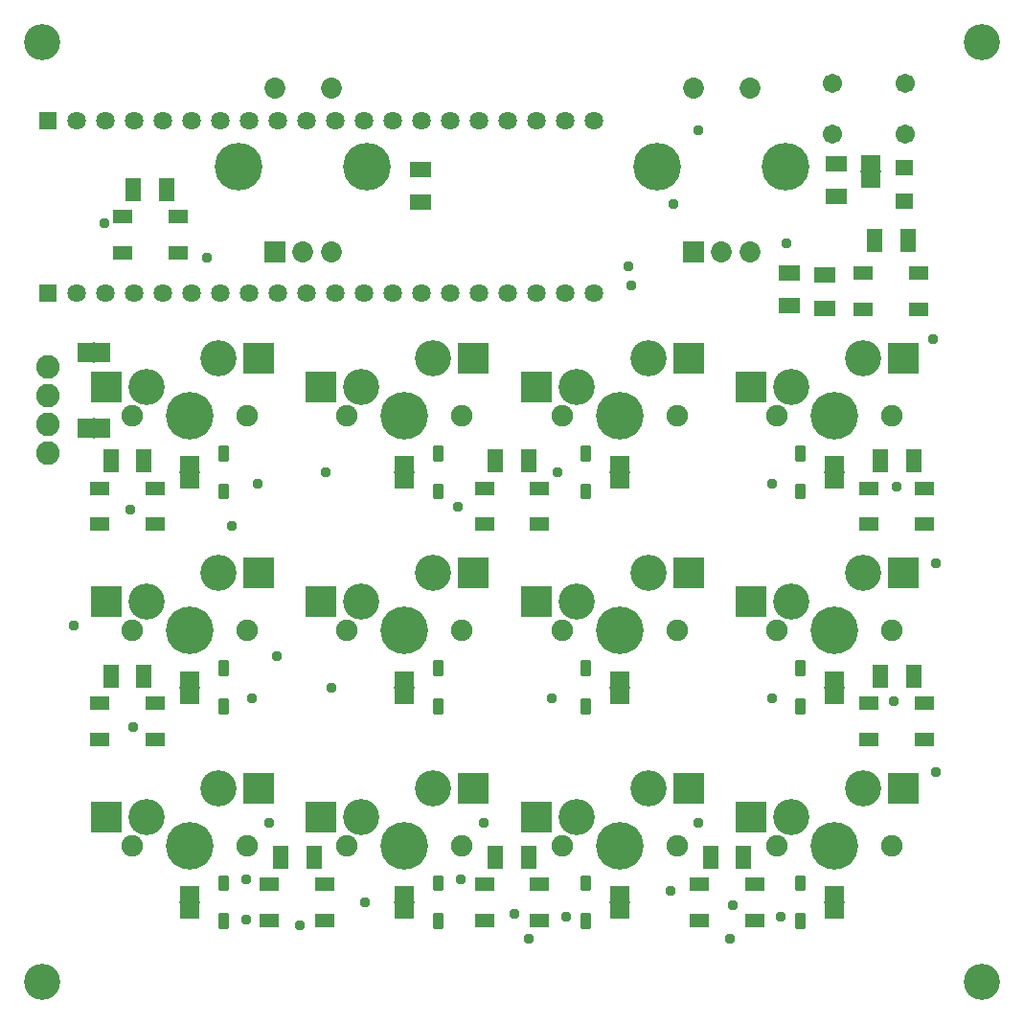
<source format=gbr>
G04 EAGLE Gerber RS-274X export*
G75*
%MOMM*%
%FSLAX34Y34*%
%LPD*%
%INSoldermask Bottom*%
%IPPOS*%
%AMOC8*
5,1,8,0,0,1.08239X$1,22.5*%
G01*
%ADD10C,3.203200*%
%ADD11C,4.203200*%
%ADD12C,1.903200*%
%ADD13R,2.753200X2.703200*%
%ADD14R,1.803400X1.371600*%
%ADD15R,1.828800X0.152400*%
%ADD16C,0.335950*%
%ADD17R,1.631200X1.631200*%
%ADD18C,1.631200*%
%ADD19R,1.703200X1.203200*%
%ADD20R,1.973200X1.433200*%
%ADD21R,1.363200X2.023200*%
%ADD22C,1.853200*%
%ADD23R,1.853200X1.853200*%
%ADD24C,4.219200*%
%ADD25R,1.603200X1.403200*%
%ADD26C,1.711200*%
%ADD27C,2.082800*%
%ADD28R,1.371600X1.803400*%
%ADD29R,0.152400X1.828800*%
%ADD30C,0.959600*%


D10*
X30000Y860000D03*
X860000Y860000D03*
X30000Y30000D03*
X860000Y30000D03*
D11*
X160000Y530000D03*
D12*
X109200Y530000D03*
X210800Y530000D03*
D10*
X121900Y555400D03*
X185400Y580800D03*
D13*
X86400Y555400D03*
X220900Y580800D03*
D14*
X160000Y472380D03*
X160000Y487620D03*
D15*
X160000Y480000D03*
D16*
X192986Y468586D02*
X192986Y457814D01*
X187014Y457814D01*
X187014Y468586D01*
X192986Y468586D01*
X192986Y461006D02*
X187014Y461006D01*
X187014Y464198D02*
X192986Y464198D01*
X192986Y467390D02*
X187014Y467390D01*
X192986Y491414D02*
X192986Y502186D01*
X192986Y491414D02*
X187014Y491414D01*
X187014Y502186D01*
X192986Y502186D01*
X192986Y494606D02*
X187014Y494606D01*
X187014Y497798D02*
X192986Y497798D01*
X192986Y500990D02*
X187014Y500990D01*
D11*
X350000Y530000D03*
D12*
X299200Y530000D03*
X400800Y530000D03*
D10*
X311900Y555400D03*
X375400Y580800D03*
D13*
X276400Y555400D03*
X410900Y580800D03*
D14*
X350000Y472380D03*
X350000Y487620D03*
D15*
X350000Y480000D03*
D16*
X382986Y468586D02*
X382986Y457814D01*
X377014Y457814D01*
X377014Y468586D01*
X382986Y468586D01*
X382986Y461006D02*
X377014Y461006D01*
X377014Y464198D02*
X382986Y464198D01*
X382986Y467390D02*
X377014Y467390D01*
X382986Y491414D02*
X382986Y502186D01*
X382986Y491414D02*
X377014Y491414D01*
X377014Y502186D01*
X382986Y502186D01*
X382986Y494606D02*
X377014Y494606D01*
X377014Y497798D02*
X382986Y497798D01*
X382986Y500990D02*
X377014Y500990D01*
D11*
X540000Y530000D03*
D12*
X489200Y530000D03*
X590800Y530000D03*
D10*
X501900Y555400D03*
X565400Y580800D03*
D13*
X466400Y555400D03*
X600900Y580800D03*
D14*
X540000Y472380D03*
X540000Y487620D03*
D15*
X540000Y480000D03*
D16*
X512986Y468586D02*
X512986Y457814D01*
X507014Y457814D01*
X507014Y468586D01*
X512986Y468586D01*
X512986Y461006D02*
X507014Y461006D01*
X507014Y464198D02*
X512986Y464198D01*
X512986Y467390D02*
X507014Y467390D01*
X512986Y491414D02*
X512986Y502186D01*
X512986Y491414D02*
X507014Y491414D01*
X507014Y502186D01*
X512986Y502186D01*
X512986Y494606D02*
X507014Y494606D01*
X507014Y497798D02*
X512986Y497798D01*
X512986Y500990D02*
X507014Y500990D01*
D11*
X730000Y530000D03*
D12*
X679200Y530000D03*
X780800Y530000D03*
D10*
X691900Y555400D03*
X755400Y580800D03*
D13*
X656400Y555400D03*
X790900Y580800D03*
D14*
X730000Y472380D03*
X730000Y487620D03*
D15*
X730000Y480000D03*
D16*
X702986Y468586D02*
X702986Y457814D01*
X697014Y457814D01*
X697014Y468586D01*
X702986Y468586D01*
X702986Y461006D02*
X697014Y461006D01*
X697014Y464198D02*
X702986Y464198D01*
X702986Y467390D02*
X697014Y467390D01*
X702986Y491414D02*
X702986Y502186D01*
X702986Y491414D02*
X697014Y491414D01*
X697014Y502186D01*
X702986Y502186D01*
X702986Y494606D02*
X697014Y494606D01*
X697014Y497798D02*
X702986Y497798D01*
X702986Y500990D02*
X697014Y500990D01*
D11*
X160000Y340000D03*
D12*
X109200Y340000D03*
X210800Y340000D03*
D10*
X121900Y365400D03*
X185400Y390800D03*
D13*
X86400Y365400D03*
X220900Y390800D03*
D14*
X160000Y282380D03*
X160000Y297620D03*
D15*
X160000Y290000D03*
D16*
X192986Y278586D02*
X192986Y267814D01*
X187014Y267814D01*
X187014Y278586D01*
X192986Y278586D01*
X192986Y271006D02*
X187014Y271006D01*
X187014Y274198D02*
X192986Y274198D01*
X192986Y277390D02*
X187014Y277390D01*
X192986Y301414D02*
X192986Y312186D01*
X192986Y301414D02*
X187014Y301414D01*
X187014Y312186D01*
X192986Y312186D01*
X192986Y304606D02*
X187014Y304606D01*
X187014Y307798D02*
X192986Y307798D01*
X192986Y310990D02*
X187014Y310990D01*
D11*
X350000Y340000D03*
D12*
X299200Y340000D03*
X400800Y340000D03*
D10*
X311900Y365400D03*
X375400Y390800D03*
D13*
X276400Y365400D03*
X410900Y390800D03*
D14*
X350000Y282380D03*
X350000Y297620D03*
D15*
X350000Y290000D03*
D16*
X382986Y278586D02*
X382986Y267814D01*
X377014Y267814D01*
X377014Y278586D01*
X382986Y278586D01*
X382986Y271006D02*
X377014Y271006D01*
X377014Y274198D02*
X382986Y274198D01*
X382986Y277390D02*
X377014Y277390D01*
X382986Y301414D02*
X382986Y312186D01*
X382986Y301414D02*
X377014Y301414D01*
X377014Y312186D01*
X382986Y312186D01*
X382986Y304606D02*
X377014Y304606D01*
X377014Y307798D02*
X382986Y307798D01*
X382986Y310990D02*
X377014Y310990D01*
D11*
X540000Y340000D03*
D12*
X489200Y340000D03*
X590800Y340000D03*
D10*
X501900Y365400D03*
X565400Y390800D03*
D13*
X466400Y365400D03*
X600900Y390800D03*
D14*
X540000Y282380D03*
X540000Y297620D03*
D15*
X540000Y290000D03*
D16*
X512986Y278586D02*
X512986Y267814D01*
X507014Y267814D01*
X507014Y278586D01*
X512986Y278586D01*
X512986Y271006D02*
X507014Y271006D01*
X507014Y274198D02*
X512986Y274198D01*
X512986Y277390D02*
X507014Y277390D01*
X512986Y301414D02*
X512986Y312186D01*
X512986Y301414D02*
X507014Y301414D01*
X507014Y312186D01*
X512986Y312186D01*
X512986Y304606D02*
X507014Y304606D01*
X507014Y307798D02*
X512986Y307798D01*
X512986Y310990D02*
X507014Y310990D01*
D11*
X730000Y340000D03*
D12*
X679200Y340000D03*
X780800Y340000D03*
D10*
X691900Y365400D03*
X755400Y390800D03*
D13*
X656400Y365400D03*
X790900Y390800D03*
D14*
X730000Y282380D03*
X730000Y297620D03*
D15*
X730000Y290000D03*
D16*
X702986Y278586D02*
X702986Y267814D01*
X697014Y267814D01*
X697014Y278586D01*
X702986Y278586D01*
X702986Y271006D02*
X697014Y271006D01*
X697014Y274198D02*
X702986Y274198D01*
X702986Y277390D02*
X697014Y277390D01*
X702986Y301414D02*
X702986Y312186D01*
X702986Y301414D02*
X697014Y301414D01*
X697014Y312186D01*
X702986Y312186D01*
X702986Y304606D02*
X697014Y304606D01*
X697014Y307798D02*
X702986Y307798D01*
X702986Y310990D02*
X697014Y310990D01*
D11*
X160000Y150000D03*
D12*
X109200Y150000D03*
X210800Y150000D03*
D10*
X121900Y175400D03*
X185400Y200800D03*
D13*
X86400Y175400D03*
X220900Y200800D03*
D14*
X160000Y92380D03*
X160000Y107620D03*
D15*
X160000Y100000D03*
D16*
X192986Y88586D02*
X192986Y77814D01*
X187014Y77814D01*
X187014Y88586D01*
X192986Y88586D01*
X192986Y81006D02*
X187014Y81006D01*
X187014Y84198D02*
X192986Y84198D01*
X192986Y87390D02*
X187014Y87390D01*
X192986Y111414D02*
X192986Y122186D01*
X192986Y111414D02*
X187014Y111414D01*
X187014Y122186D01*
X192986Y122186D01*
X192986Y114606D02*
X187014Y114606D01*
X187014Y117798D02*
X192986Y117798D01*
X192986Y120990D02*
X187014Y120990D01*
D11*
X350000Y150000D03*
D12*
X299200Y150000D03*
X400800Y150000D03*
D10*
X311900Y175400D03*
X375400Y200800D03*
D13*
X276400Y175400D03*
X410900Y200800D03*
D14*
X350000Y92380D03*
X350000Y107620D03*
D15*
X350000Y100000D03*
D16*
X382986Y88586D02*
X382986Y77814D01*
X377014Y77814D01*
X377014Y88586D01*
X382986Y88586D01*
X382986Y81006D02*
X377014Y81006D01*
X377014Y84198D02*
X382986Y84198D01*
X382986Y87390D02*
X377014Y87390D01*
X382986Y111414D02*
X382986Y122186D01*
X382986Y111414D02*
X377014Y111414D01*
X377014Y122186D01*
X382986Y122186D01*
X382986Y114606D02*
X377014Y114606D01*
X377014Y117798D02*
X382986Y117798D01*
X382986Y120990D02*
X377014Y120990D01*
D11*
X540000Y150000D03*
D12*
X489200Y150000D03*
X590800Y150000D03*
D10*
X501900Y175400D03*
X565400Y200800D03*
D13*
X466400Y175400D03*
X600900Y200800D03*
D14*
X540000Y92380D03*
X540000Y107620D03*
D15*
X540000Y100000D03*
D16*
X512986Y88586D02*
X512986Y77814D01*
X507014Y77814D01*
X507014Y88586D01*
X512986Y88586D01*
X512986Y81006D02*
X507014Y81006D01*
X507014Y84198D02*
X512986Y84198D01*
X512986Y87390D02*
X507014Y87390D01*
X512986Y111414D02*
X512986Y122186D01*
X512986Y111414D02*
X507014Y111414D01*
X507014Y122186D01*
X512986Y122186D01*
X512986Y114606D02*
X507014Y114606D01*
X507014Y117798D02*
X512986Y117798D01*
X512986Y120990D02*
X507014Y120990D01*
D11*
X730000Y150000D03*
D12*
X679200Y150000D03*
X780800Y150000D03*
D10*
X691900Y175400D03*
X755400Y200800D03*
D13*
X656400Y175400D03*
X790900Y200800D03*
D14*
X730000Y92380D03*
X730000Y107620D03*
D15*
X730000Y100000D03*
D16*
X702986Y88586D02*
X702986Y77814D01*
X697014Y77814D01*
X697014Y88586D01*
X702986Y88586D01*
X702986Y81006D02*
X697014Y81006D01*
X697014Y84198D02*
X702986Y84198D01*
X702986Y87390D02*
X697014Y87390D01*
X702986Y111414D02*
X702986Y122186D01*
X702986Y111414D02*
X697014Y111414D01*
X697014Y122186D01*
X702986Y122186D01*
X702986Y114606D02*
X697014Y114606D01*
X697014Y117798D02*
X702986Y117798D01*
X702986Y120990D02*
X697014Y120990D01*
D17*
X34350Y638300D03*
D18*
X59750Y638300D03*
X85500Y638300D03*
X110900Y638300D03*
X136300Y638300D03*
X161700Y638300D03*
X187100Y638300D03*
X212500Y638300D03*
X237900Y638300D03*
X263300Y638300D03*
X288700Y638300D03*
X314100Y638300D03*
X339500Y638300D03*
X364900Y638300D03*
X390300Y638300D03*
X415700Y638300D03*
X441100Y638300D03*
X466500Y638300D03*
X491900Y638300D03*
X517300Y638300D03*
D17*
X34350Y790700D03*
D18*
X59750Y790700D03*
X85500Y790700D03*
X110900Y790700D03*
X136300Y790700D03*
X161700Y790700D03*
X187100Y790700D03*
X212500Y790700D03*
X237900Y790700D03*
X263300Y790700D03*
X288700Y790700D03*
X314100Y790700D03*
X339500Y790700D03*
X364900Y790700D03*
X390300Y790700D03*
X415700Y790700D03*
X441100Y790700D03*
X466500Y790700D03*
X491900Y790700D03*
X517300Y790700D03*
D19*
X755500Y624000D03*
X804500Y624000D03*
X755500Y656000D03*
X804500Y656000D03*
D20*
X721000Y625040D03*
X721000Y654360D03*
D19*
X760500Y434000D03*
X809500Y434000D03*
X760500Y466000D03*
X809500Y466000D03*
X760500Y244000D03*
X809500Y244000D03*
X760500Y276000D03*
X809500Y276000D03*
X610500Y84000D03*
X659500Y84000D03*
X610500Y116000D03*
X659500Y116000D03*
X420500Y84000D03*
X469500Y84000D03*
X420500Y116000D03*
X469500Y116000D03*
X230500Y84000D03*
X279500Y84000D03*
X230500Y116000D03*
X279500Y116000D03*
X80500Y244000D03*
X129500Y244000D03*
X80500Y276000D03*
X129500Y276000D03*
X80500Y434000D03*
X129500Y434000D03*
X80500Y466000D03*
X129500Y466000D03*
X100500Y674000D03*
X149500Y674000D03*
X100500Y706000D03*
X149500Y706000D03*
X420500Y434000D03*
X469500Y434000D03*
X420500Y466000D03*
X469500Y466000D03*
D21*
X765250Y685000D03*
X794750Y685000D03*
X770250Y490000D03*
X799750Y490000D03*
X770250Y300000D03*
X799750Y300000D03*
X620250Y140000D03*
X649750Y140000D03*
X430250Y140000D03*
X459750Y140000D03*
X240250Y140000D03*
X269750Y140000D03*
X90250Y300000D03*
X119750Y300000D03*
X90250Y490000D03*
X119750Y490000D03*
X110250Y730000D03*
X139750Y730000D03*
X430250Y490000D03*
X459750Y490000D03*
D22*
X235000Y820000D03*
X285000Y820000D03*
D23*
X235000Y675000D03*
D22*
X260000Y675000D03*
X285000Y675000D03*
D24*
X203000Y750000D03*
X317000Y750000D03*
D22*
X605000Y820000D03*
X655000Y820000D03*
D23*
X605000Y675000D03*
D22*
X630000Y675000D03*
X655000Y675000D03*
D24*
X573000Y750000D03*
X687000Y750000D03*
D20*
X364200Y718640D03*
X364200Y747960D03*
X690000Y627040D03*
X690000Y656360D03*
D25*
X791900Y719400D03*
X791900Y749400D03*
D20*
X731200Y752960D03*
X731200Y723640D03*
D14*
X762000Y753220D03*
X762000Y737980D03*
D15*
X762000Y745600D03*
D26*
X792900Y778900D03*
X727900Y778900D03*
X792900Y823900D03*
X727900Y823900D03*
D27*
X35100Y496700D03*
X35100Y522100D03*
X35100Y547500D03*
X35100Y572900D03*
D28*
X67980Y585900D03*
X83220Y585900D03*
D29*
X75600Y585900D03*
D28*
X67980Y519200D03*
X83220Y519200D03*
D29*
X75600Y519200D03*
D30*
X210000Y85000D03*
X220000Y470000D03*
X215000Y280000D03*
X315000Y100000D03*
X280000Y480000D03*
X285000Y290000D03*
X492500Y87500D03*
X480000Y280000D03*
X485000Y480000D03*
X682500Y87500D03*
X675000Y280000D03*
X675000Y470000D03*
X197500Y432500D03*
X210000Y120000D03*
X230000Y170000D03*
X400000Y120000D03*
X420000Y170000D03*
X585000Y110000D03*
X610000Y170000D03*
X237500Y317500D03*
X587500Y717500D03*
X610000Y782500D03*
X550000Y645000D03*
X547500Y662500D03*
X687500Y682500D03*
X785000Y467500D03*
X817500Y597500D03*
X782500Y277500D03*
X820000Y400000D03*
X57500Y345000D03*
X110000Y255000D03*
X85000Y700000D03*
X107500Y447500D03*
X175000Y670000D03*
X397500Y450000D03*
X257500Y80000D03*
X460000Y67500D03*
X447500Y90000D03*
X637500Y67500D03*
X640000Y97500D03*
X820000Y215000D03*
M02*

</source>
